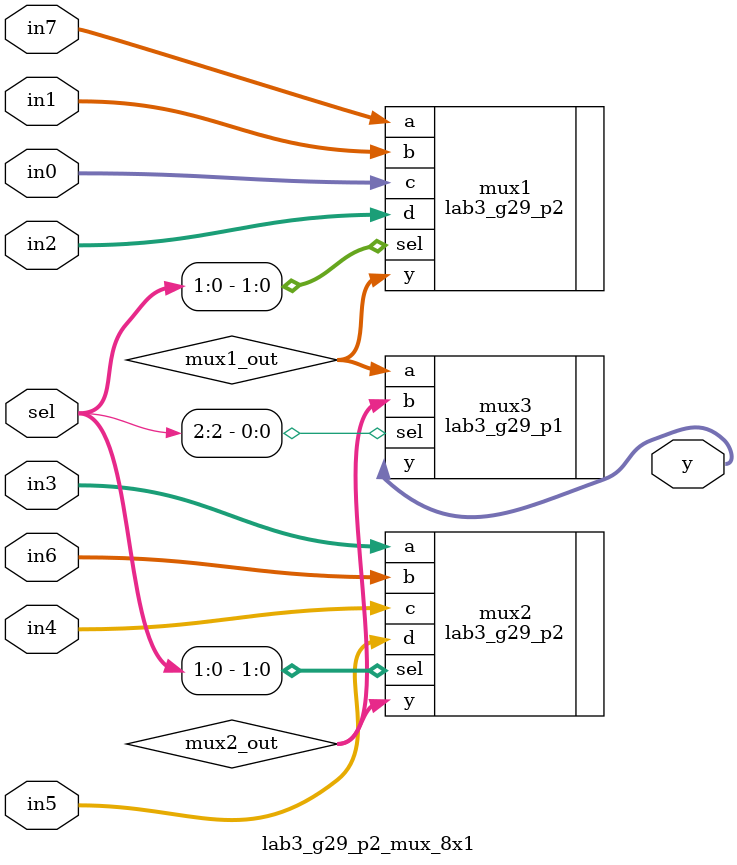
<source format=sv>
module lab3_g29_p2_mux_8x1 (
    input logic [3:0] in0, // İlk 4-bit giriş
    input logic [3:0] in1, // İkinci 4-bit giriş
    input logic [3:0] in2, // Üçüncü 4-bit giriş
    input logic [3:0] in3, // Dördüncü 4-bit giriş
    input logic [3:0] in4, // Beşinci 4-bit giriş
    input logic [3:0] in5, // Altıncı 4-bit giriş
    input logic [3:0] in6, // Yedinci 4-bit giriş
    input logic [3:0] in7, // Sekizinci 4-bit giriş
    input logic [2:0] sel, // 3-bit seçici
    output logic [2:0] y // 3-bit çıkış
);

    logic [3:0] mux1_out, mux2_out;

    // İlk 4x1 MUX: in0, in1, in2 ve in3 girişlerini işler
    lab3_g29_p2 mux1 (
        .a(in7),
        .b(in1),
        .c(in0),
        .d(in2),
        .sel(sel[1:0]),
        .y(mux1_out)
    );

    // İkinci 4x1 MUX: in4, in5, in6 ve in7 girişlerini işler
    lab3_g29_p2 mux2 (
        .a(in3),
        .b(in6),
        .c(in4),
        .d(in5),
        .sel(sel[1:0]),
        .y(mux2_out)
    );

    // Üçüncü 2x1 MUX: ilk iki MUX'un çıktıları arasında seçim yapar
    lab3_g29_p1 mux3 (
        .a(mux1_out),
        .b(mux2_out),
        .sel(sel[2]),
        .y(y)
    );

endmodule

</source>
